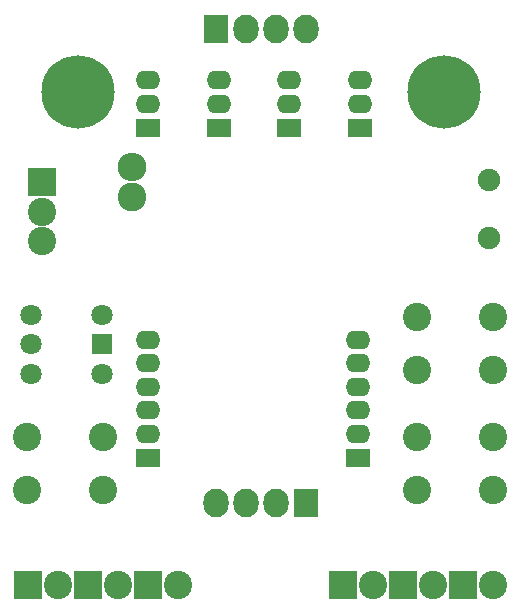
<source format=gbr>
G04 #@! TF.FileFunction,Soldermask,Bot*
%FSLAX46Y46*%
G04 Gerber Fmt 4.6, Leading zero omitted, Abs format (unit mm)*
G04 Created by KiCad (PCBNEW 4.0.4+dfsg1-stable) date Mon Jul 31 00:00:22 2017*
%MOMM*%
%LPD*%
G01*
G04 APERTURE LIST*
%ADD10C,0.100000*%
%ADD11C,1.901140*%
%ADD12R,1.797000X1.797000*%
%ADD13C,1.797000*%
%ADD14R,2.127200X2.432000*%
%ADD15O,2.127200X2.432000*%
%ADD16R,2.100000X1.600000*%
%ADD17O,2.100000X1.600000*%
%ADD18C,2.400000*%
%ADD19C,2.432000*%
%ADD20O,2.432000X2.432000*%
%ADD21C,6.200000*%
%ADD22C,1.000000*%
%ADD23R,2.400000X2.400000*%
G04 APERTURE END LIST*
D10*
D11*
X75946000Y-40485060D03*
X75946000Y-45366940D03*
D12*
X43180000Y-54419500D03*
D13*
X43180000Y-56896000D03*
X43180000Y-51896000D03*
X37180000Y-51896000D03*
X37180000Y-54396000D03*
X37180000Y-56896000D03*
D14*
X52832000Y-27686000D03*
D15*
X55372000Y-27686000D03*
X57912000Y-27686000D03*
X60452000Y-27686000D03*
D16*
X59055000Y-36068000D03*
D17*
X59055000Y-34068000D03*
X59055000Y-32068000D03*
D18*
X36830000Y-66730000D03*
X36830000Y-62230000D03*
X43330000Y-66730000D03*
X43330000Y-62230000D03*
D19*
X45720000Y-41910000D03*
D20*
X45720000Y-39370000D03*
D14*
X60452000Y-67818000D03*
D15*
X57912000Y-67818000D03*
X55372000Y-67818000D03*
X52832000Y-67818000D03*
D21*
X41148000Y-33020000D03*
D22*
X43348000Y-33020000D03*
X42708000Y-34580000D03*
X41148000Y-35220000D03*
X39588000Y-34580000D03*
X38948000Y-33020000D03*
X39588000Y-31460000D03*
X41148000Y-30820000D03*
X42708000Y-31460000D03*
D23*
X63627000Y-74803000D03*
D18*
X66167000Y-74803000D03*
D23*
X38100000Y-40640000D03*
D18*
X38100000Y-43180000D03*
X38100000Y-45680000D03*
D21*
X72136000Y-33020000D03*
D22*
X74336000Y-33020000D03*
X73696000Y-34580000D03*
X72136000Y-35220000D03*
X70576000Y-34580000D03*
X69936000Y-33020000D03*
X70576000Y-31460000D03*
X72136000Y-30820000D03*
X73696000Y-31460000D03*
D18*
X69850000Y-56570000D03*
X69850000Y-52070000D03*
X76350000Y-56570000D03*
X76350000Y-52070000D03*
X69850000Y-66730000D03*
X69850000Y-62230000D03*
X76350000Y-66730000D03*
X76350000Y-62230000D03*
D16*
X47117000Y-64008000D03*
D17*
X47117000Y-62008000D03*
X47117000Y-60008000D03*
X47117000Y-58008000D03*
X47117000Y-56008000D03*
X47117000Y-54008000D03*
D16*
X64897000Y-64008000D03*
D17*
X64897000Y-62008000D03*
X64897000Y-60008000D03*
X64897000Y-58008000D03*
X64897000Y-56008000D03*
X64897000Y-54008000D03*
D16*
X53086000Y-36068000D03*
D17*
X53086000Y-34068000D03*
X53086000Y-32068000D03*
D16*
X65024000Y-36068000D03*
D17*
X65024000Y-34068000D03*
X65024000Y-32068000D03*
D16*
X47117000Y-36068000D03*
D17*
X47117000Y-34068000D03*
X47117000Y-32068000D03*
D23*
X47117000Y-74803000D03*
D18*
X49657000Y-74803000D03*
D23*
X42037000Y-74803000D03*
D18*
X44577000Y-74803000D03*
D23*
X36957000Y-74803000D03*
D18*
X39497000Y-74803000D03*
D23*
X68707000Y-74803000D03*
D18*
X71247000Y-74803000D03*
D23*
X73787000Y-74803000D03*
D18*
X76327000Y-74803000D03*
M02*

</source>
